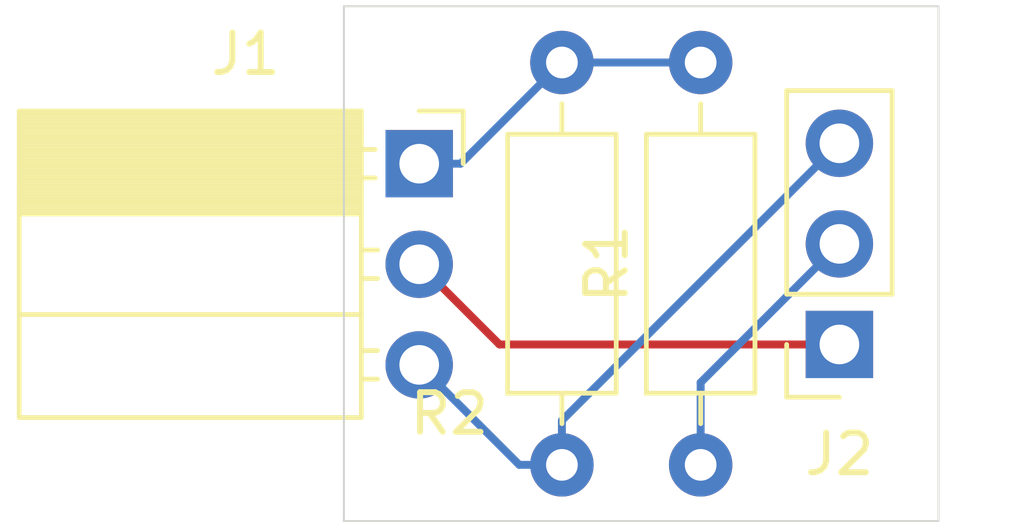
<source format=kicad_pcb>
(kicad_pcb (version 20241229) (generator "pcbnew") (generator_version "9.0")
  (layers (0 "F.Cu" signal) (2 "B.Cu" signal) (13 "F.Paste" user) (15 "B.Paste" user) (5 "F.SilkS" user "F.Silkscreen") (7 "B.SilkS" user "B.Silkscreen") (1 "F.Mask" user) (3 "B.Mask" user) (25 "Edge.Cuts" user))
  (net 0 "")
  (net 1 "Net-(J1-GND)")
  (net 2 "Net-(J1-RX)")
  (net 3 "Net-(J1-TX)")
  (net 4 "Net-(J2-TX)")
  (footprint "Connector_PinSocket_2.54mm:PinSocket_1x03_P2.54mm_Vertical" (layer "F.Cu") (at 124.5 68.54 180)
    (property "Reference" "J2" (at 0 -2.77 180) (layer "F.SilkS"))
    (property "Value" "Conn_01x03")
    (fp_line (start 1.33 1.27) (end 1.33 6.41) (stroke (width 0.12)) (layer "F.SilkS"))
    (fp_line (start 1.33 -1.33) (end 1.33 0) (stroke (width 0.12)) (layer "F.SilkS"))
    (fp_line (start 0 -1.33) (end 1.33 -1.33) (stroke (width 0.12)) (layer "F.SilkS"))
    (fp_line (start -1.33 6.41) (end 1.33 6.41) (stroke (width 0.12)) (layer "F.SilkS"))
    (fp_line (start -1.33 1.27) (end 1.33 1.27) (stroke (width 0.12)) (layer "F.SilkS"))
    (fp_line (start -1.33 1.27) (end -1.33 6.41) (stroke (width 0.12)) (layer "F.SilkS"))
    (pad "1" thru_hole rect (at 0 0 180) (size 1.7 1.7) (drill 1) (layers "*.Cu" "*.Mask") (net 3 "Net-(J1-TX)"))
    (pad "2" thru_hole circle (at 0 2.54 180) (size 1.7 1.7) (drill 1) (layers "*.Cu" "*.Mask") (net 4 "Net-(J2-TX)"))
    (pad "3" thru_hole circle (at 0 5.08 180) (size 1.7 1.7) (drill 1) (layers "*.Cu" "*.Mask") (net 1 "Net-(J1-GND)"))
  )
  (footprint "Resistor_THT:R_Axial_DIN0207_L6.3mm_D2.5mm_P10.16mm_Horizontal" (layer "F.Cu") (at 121 71.58 90)
    (property "Reference" "R1" (at 5.08 -2.37 90) (layer "F.SilkS"))
    (property "Value" "R17")
    (fp_line (start 9.12 0) (end 8.35 0) (stroke (width 0.12)) (layer "F.SilkS"))
    (fp_line (start 1.04 0) (end 1.81 0) (stroke (width 0.12)) (layer "F.SilkS"))
    (fp_rect (start 1.81 -1.37) (end 8.35 1.37) (stroke (width 0.12)) (fill no) (layer "F.SilkS"))
    (pad "1" thru_hole circle (at 0 0 90) (size 1.6 1.6) (drill 0.8) (layers "*.Cu" "*.Mask") (net 4 "Net-(J2-TX)"))
    (pad "2" thru_hole circle (at 10.16 0 90) (size 1.6 1.6) (drill 0.8) (layers "*.Cu" "*.Mask") (net 2 "Net-(J1-RX)"))
  )
  (footprint "Resistor_THT:R_Axial_DIN0207_L6.3mm_D2.5mm_P10.16mm_Horizontal" (layer "F.Cu") (at 117.5 71.58 90)
    (property "Reference" "R2" (at 1.29 -2.84 0) (layer "F.SilkS"))
    (property "Value" "R33")
    (fp_line (start 9.12 0) (end 8.35 0) (stroke (width 0.12)) (layer "F.SilkS"))
    (fp_line (start 1.04 0) (end 1.81 0) (stroke (width 0.12)) (layer "F.SilkS"))
    (fp_rect (start 1.81 -1.37) (end 8.35 1.37) (stroke (width 0.12)) (fill no) (layer "F.SilkS"))
    (pad "1" thru_hole circle (at 0 0 90) (size 1.6 1.6) (drill 0.8) (layers "*.Cu" "*.Mask") (net 1 "Net-(J1-GND)"))
    (pad "2" thru_hole circle (at 10.16 0 90) (size 1.6 1.6) (drill 0.8) (layers "*.Cu" "*.Mask") (net 2 "Net-(J1-RX)"))
  )
  (footprint "Connector_PinSocket_2.54mm:PinSocket_1x03_P2.54mm_Horizontal" (layer "F.Cu") (at 113.9 63.975)
    (property "Reference" "J1" (at -4.38 -2.77 0) (layer "F.SilkS"))
    (property "Value" "Conn_01x03")
    (fp_line (start -10.09 -1.33) (end -10.09 6.41) (stroke (width 0.12)) (layer "F.SilkS"))
    (fp_line (start -10.09 -1.33) (end -1.46 -1.33) (stroke (width 0.12)) (layer "F.SilkS"))
    (fp_line (start -10.09 -1.21) (end -1.46 -1.21) (stroke (width 0.12)) (layer "F.SilkS"))
    (fp_line (start -10.09 -1.091905) (end -1.46 -1.091905) (stroke (width 0.12)) (layer "F.SilkS"))
    (fp_line (start -10.09 -0.97381) (end -1.46 -0.97381) (stroke (width 0.12)) (layer "F.SilkS"))
    (fp_line (start -10.09 -0.855715) (end -1.46 -0.855715) (stroke (width 0.12)) (layer "F.SilkS"))
    (fp_line (start -10.09 -0.73762) (end -1.46 -0.73762) (stroke (width 0.12)) (layer "F.SilkS"))
    (fp_line (start -10.09 -0.619525) (end -1.46 -0.619525) (stroke (width 0.12)) (layer "F.SilkS"))
    (fp_line (start -10.09 -0.50143) (end -1.46 -0.50143) (stroke (width 0.12)) (layer "F.SilkS"))
    (fp_line (start -10.09 -0.383335) (end -1.46 -0.383335) (stroke (width 0.12)) (layer "F.SilkS"))
    (fp_line (start -10.09 -0.26524) (end -1.46 -0.26524) (stroke (width 0.12)) (layer "F.SilkS"))
    (fp_line (start -10.09 -0.147145) (end -1.46 -0.147145) (stroke (width 0.12)) (layer "F.SilkS"))
    (fp_line (start -10.09 -0.02905) (end -1.46 -0.02905) (stroke (width 0.12)) (layer "F.SilkS"))
    (fp_line (start -10.09 0.089045) (end -1.46 0.089045) (stroke (width 0.12)) (layer "F.SilkS"))
    (fp_line (start -10.09 0.20714) (end -1.46 0.20714) (stroke (width 0.12)) (layer "F.SilkS"))
    (fp_line (start -10.09 0.325235) (end -1.46 0.325235) (stroke (width 0.12)) (layer "F.SilkS"))
    (fp_line (start -10.09 0.44333) (end -1.46 0.44333) (stroke (width 0.12)) (layer "F.SilkS"))
    (fp_line (start -10.09 0.561425) (end -1.46 0.561425) (stroke (width 0.12)) (layer "F.SilkS"))
    (fp_line (start -10.09 0.67952) (end -1.46 0.67952) (stroke (width 0.12)) (layer "F.SilkS"))
    (fp_line (start -10.09 0.797615) (end -1.46 0.797615) (stroke (width 0.12)) (layer "F.SilkS"))
    (fp_line (start -10.09 0.91571) (end -1.46 0.91571) (stroke (width 0.12)) (layer "F.SilkS"))
    (fp_line (start -10.09 1.033805) (end -1.46 1.033805) (stroke (width 0.12)) (layer "F.SilkS"))
    (fp_line (start -10.09 1.1519) (end -1.46 1.1519) (stroke (width 0.12)) (layer "F.SilkS"))
    (fp_line (start -10.09 1.27) (end -1.46 1.27) (stroke (width 0.12)) (layer "F.SilkS"))
    (fp_line (start -10.09 3.81) (end -1.46 3.81) (stroke (width 0.12)) (layer "F.SilkS"))
    (fp_line (start -10.09 6.41) (end -1.46 6.41) (stroke (width 0.12)) (layer "F.SilkS"))
    (fp_line (start -1.46 -1.33) (end -1.46 6.41) (stroke (width 0.12)) (layer "F.SilkS"))
    (fp_line (start -1.46 -0.36) (end -1.11 -0.36) (stroke (width 0.12)) (layer "F.SilkS"))
    (fp_line (start -1.46 0.36) (end -1.11 0.36) (stroke (width 0.12)) (layer "F.SilkS"))
    (fp_line (start -1.46 2.18) (end -1.05 2.18) (stroke (width 0.12)) (layer "F.SilkS"))
    (fp_line (start -1.46 2.9) (end -1.05 2.9) (stroke (width 0.12)) (layer "F.SilkS"))
    (fp_line (start -1.46 4.72) (end -1.05 4.72) (stroke (width 0.12)) (layer "F.SilkS"))
    (fp_line (start -1.46 5.44) (end -1.05 5.44) (stroke (width 0.12)) (layer "F.SilkS"))
    (fp_line (start 0 -1.33) (end 1.11 -1.33) (stroke (width 0.12)) (layer "F.SilkS"))
    (fp_line (start 1.11 -1.33) (end 1.11 0) (stroke (width 0.12)) (layer "F.SilkS"))
    (pad "1" thru_hole rect (at 0 0) (size 1.7 1.7) (drill 1) (layers "*.Cu" "*.Mask") (net 2 "Net-(J1-RX)"))
    (pad "2" thru_hole circle (at 0 2.54) (size 1.7 1.7) (drill 1) (layers "*.Cu" "*.Mask") (net 3 "Net-(J1-TX)"))
    (pad "3" thru_hole circle (at 0 5.08) (size 1.7 1.7) (drill 1) (layers "*.Cu" "*.Mask") (net 1 "Net-(J1-GND)"))
  )
  (gr_line (start 112 60) (end 112 73) (stroke (width 0.05)) (layer "Edge.Cuts"))
  (gr_line (start 127 73) (end 127 60) (stroke (width 0.05)) (layer "Edge.Cuts"))
  (gr_line (start 112 73) (end 127 73) (stroke (width 0.05)) (layer "Edge.Cuts"))
  (gr_line (start 127 60) (end 112 60) (stroke (width 0.05)) (layer "Edge.Cuts"))
  (segment (start 116.425 71.58) (end 117.5 71.58) (width 0.2) (layer "B.Cu") (net 1))
  (segment (start 113.9 69.055) (end 116.425 71.58) (width 0.2) (layer "B.Cu") (net 1))
  (segment (start 117.5 70.46) (end 124.5 63.46) (width 0.2) (layer "B.Cu") (net 1))
  (segment (start 117.5 71.58) (end 117.5 70.46) (width 0.2) (layer "B.Cu") (net 1))
  (segment (start 117.58 61.34) (end 117.5 61.42) (width 0.2) (layer "F.Cu") (net 2))
  (segment (start 117.5 61.42) (end 121 61.42) (width 0.2) (layer "B.Cu") (net 2))
  (segment (start 113.9 63.975) (end 114.945 63.975) (width 0.2) (layer "B.Cu") (net 2))
  (segment (start 114.945 63.975) (end 117.5 61.42) (width 0.2) (layer "B.Cu") (net 2))
  (segment (start 113.9 66.515) (end 115.925 68.54) (width 0.2) (layer "F.Cu") (net 3))
  (segment (start 115.925 68.54) (end 124.5 68.54) (width 0.2) (layer "F.Cu") (net 3))
  (segment (start 121 69.5) (end 124.5 66) (width 0.2) (layer "B.Cu") (net 4))
  (segment (start 121 71.58) (end 121 69.5) (width 0.2) (layer "B.Cu") (net 4))
)
</source>
